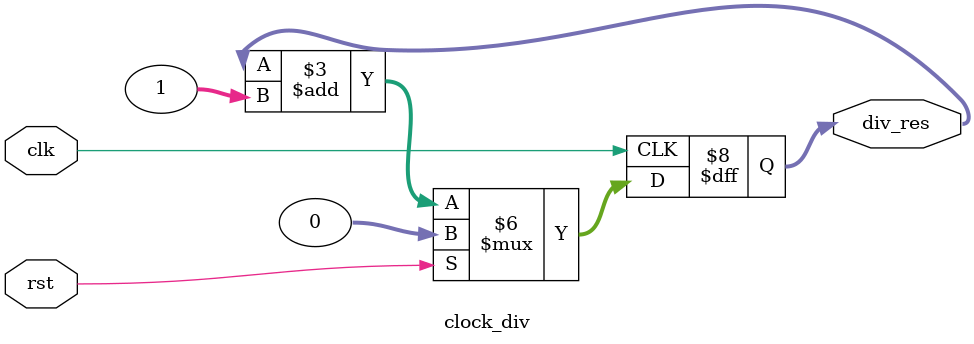
<source format=v>
`timescale 1ns / 1ps


module clock_div(
    input               clk,
    input               rst, // Active-high
    output  reg [31:0]   div_res
);
    initial div_res =32'b0;
    always @(posedge clk) begin     // When postive edge of `clk` comes
        if(rst == 1'b1) begin
            div_res <= 32'b0;
        end else begin
            div_res <= div_res + 32'b1;  // Increase `div_res` by 1
        end
    end

endmodule


</source>
